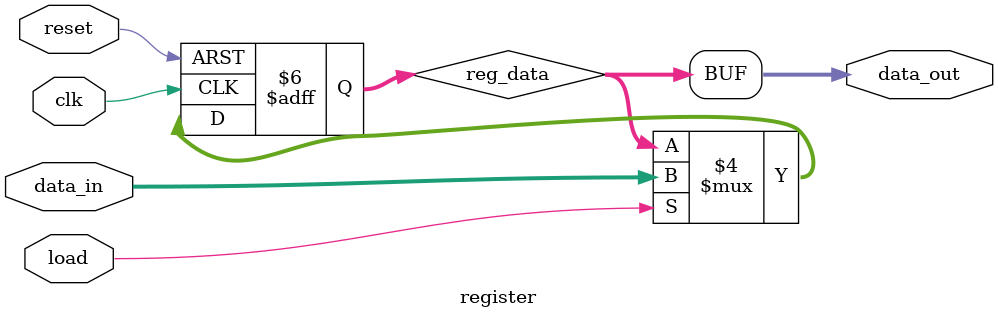
<source format=v>
module register (
  input clk,
  input reset,
  input load,
  input [3:0] data_in,
  output [3:0] data_out
);

  reg [3:0] reg_data;

  always @(posedge clk or negedge reset) begin
    if (reset == 0) begin
      reg_data <= 4'b0000;
    end
    else if (load == 1) begin
      reg_data <= data_in;
    end
  end

  assign data_out = reg_data;

endmodule
</source>
